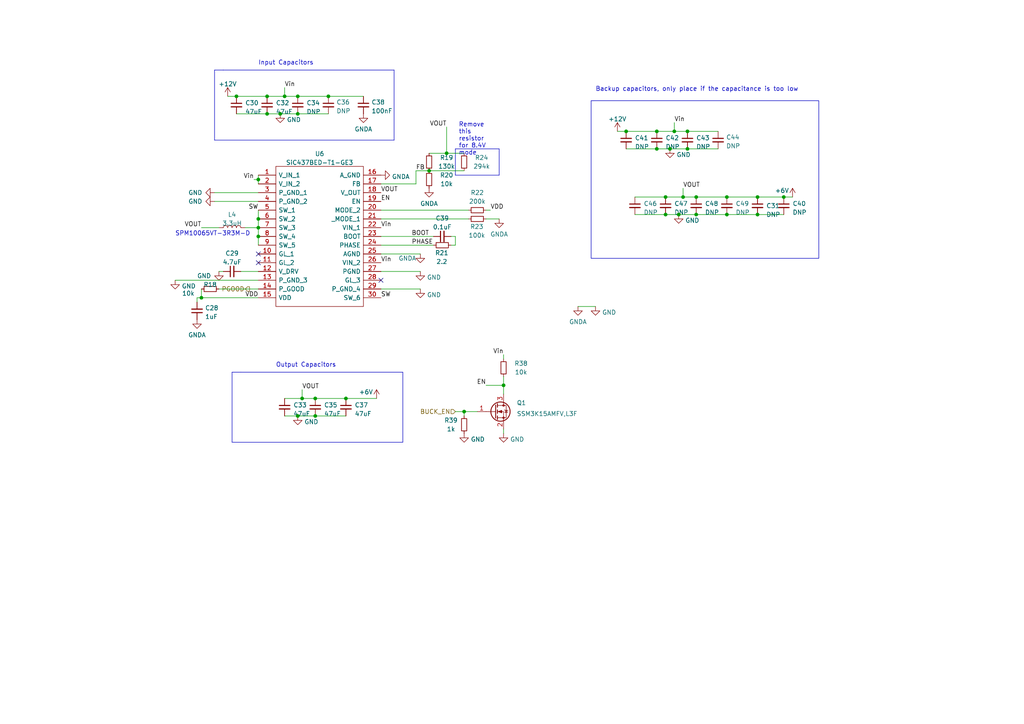
<source format=kicad_sch>
(kicad_sch (version 20230121) (generator eeschema)
  (paper "A4")
  (lib_symbols
    (symbol "Device:C_Small" (pin_numbers hide) (pin_names (offset 0.254) hide)
      (property "Reference" "C" (at 0.254 1.778 0))
      (property "Value" "C_Small" (at 0.254 -2.032 0))
      (symbol "C_Small_0_1"
        (polyline (pts (xy -1.524 -0.508) (xy 1.524 -0.508)) (stroke (width 0.3302)))
        (polyline (pts (xy -1.524 0.508) (xy 1.524 0.508)) (stroke (width 0.3048)))
      )
      (symbol "C_Small_1_1"
        (pin passive line (at 0 2.54 270) (length 2.032) (name "~") (number "1"))
        (pin passive line (at 0 -2.54 90) (length 2.032) (name "~") (number "2"))
      )
    )
    (symbol "Device:L" (pin_numbers hide) (pin_names (offset 1.016) hide)
      (property "Reference" "L" (at -1.27 0 90))
      (property "Value" "L" (at 1.905 0 90))
      (symbol "L_0_1"
        (arc (start 0 -2.54) (mid 0.6323 -1.905) (end 0 -1.27))
        (arc (start 0 -1.27) (mid 0.6323 -0.635) (end 0 0))
        (arc (start 0 0) (mid 0.6323 0.635) (end 0 1.27))
        (arc (start 0 1.27) (mid 0.6323 1.905) (end 0 2.54))
      )
      (symbol "L_1_1"
        (pin passive line (at 0 3.81 270) (length 1.27) (name "1") (number "1"))
        (pin passive line (at 0 -3.81 90) (length 1.27) (name "2") (number "2"))
      )
    )
    (symbol "Device:Q_NMOS_GSD" (pin_names (offset 0) hide)
      (property "Reference" "Q" (at 5.08 1.27 0))
      (property "Value" "Q_NMOS_GSD" (at 5.08 -1.27 0))
      (symbol "Q_NMOS_GSD_0_1"
        (polyline (pts (xy 0.254 0) (xy -2.54 0)))
        (polyline (pts (xy 0.254 1.905) (xy 0.254 -1.905)) (stroke (width 0.254)))
        (polyline (pts (xy 0.762 -1.27) (xy 0.762 -2.286)) (stroke (width 0.254)))
        (polyline (pts (xy 0.762 0.508) (xy 0.762 -0.508)) (stroke (width 0.254)))
        (polyline (pts (xy 0.762 2.286) (xy 0.762 1.27)) (stroke (width 0.254)))
        (polyline (pts (xy 2.54 2.54) (xy 2.54 1.778)))
        (polyline (pts (xy 2.54 -2.54) (xy 2.54 0) (xy 0.762 0)))
        (polyline (pts (xy 0.762 -1.778) (xy 3.302 -1.778) (xy 3.302 1.778) (xy 0.762 1.778)))
        (polyline (pts (xy 1.016 0) (xy 2.032 0.381) (xy 2.032 -0.381) (xy 1.016 0)) (fill (type outline)))
        (polyline (pts (xy 2.794 0.508) (xy 2.921 0.381) (xy 3.683 0.381) (xy 3.81 0.254)))
        (polyline (pts (xy 3.302 0.381) (xy 2.921 -0.254) (xy 3.683 -0.254) (xy 3.302 0.381)))
        (circle (center 1.651 0) (radius 2.794) (stroke (width 0.254)))
        (circle (center 2.54 -1.778) (radius 0.254) (fill (type outline)))
        (circle (center 2.54 1.778) (radius 0.254) (fill (type outline)))
      )
      (symbol "Q_NMOS_GSD_1_1"
        (pin input line (at -5.08 0 0) (length 2.54) (name "G") (number "1"))
        (pin passive line (at 2.54 -5.08 90) (length 2.54) (name "S") (number "2"))
        (pin passive line (at 2.54 5.08 270) (length 2.54) (name "D") (number "3"))
      )
    )
    (symbol "Device:R_Small" (pin_numbers hide) (pin_names (offset 0.254) hide)
      (property "Reference" "R" (at 0.762 0.508 0))
      (property "Value" "R_Small" (at 0.762 -1.016 0))
      (symbol "R_Small_0_1"
        (rectangle (start -0.762 1.778) (end 0.762 -1.778) (stroke (width 0.2032)))
      )
      (symbol "R_Small_1_1"
        (pin passive line (at 0 2.54 270) (length 0.762) (name "~") (number "1"))
        (pin passive line (at 0 -2.54 90) (length 0.762) (name "~") (number "2"))
      )
    )
    (symbol "iclr:SiC437BED-T1-GE3" (pin_names (offset 0.762))
      (property "Reference" "IC" (at 31.75 7.62 0))
      (property "Value" "SiC437BED-T1-GE3" (at 31.75 5.08 0))
      (symbol "SiC437BED-T1-GE3_0_0"
        (pin passive line (at 0 0 0) (length 5.08) (name "V_IN_1") (number "1"))
        (pin passive line (at 0 -22.86 0) (length 5.08) (name "GL_1") (number "10"))
        (pin passive line (at 0 -25.4 0) (length 5.08) (name "GL_2") (number "11"))
        (pin passive line (at 0 -27.94 0) (length 5.08) (name "V_DRV") (number "12"))
        (pin passive line (at 0 -30.48 0) (length 5.08) (name "P_GND_3") (number "13"))
        (pin passive line (at 0 -33.02 0) (length 5.08) (name "P_GOOD") (number "14"))
        (pin passive line (at 0 -35.56 0) (length 5.08) (name "VDD") (number "15"))
        (pin passive line (at 35.56 0 180) (length 5.08) (name "A_GND") (number "16"))
        (pin passive line (at 35.56 -2.54 180) (length 5.08) (name "FB") (number "17"))
        (pin passive line (at 35.56 -5.08 180) (length 5.08) (name "V_OUT") (number "18"))
        (pin passive line (at 35.56 -7.62 180) (length 5.08) (name "EN") (number "19"))
        (pin passive line (at 0 -2.54 0) (length 5.08) (name "V_IN_2") (number "2"))
        (pin passive line (at 35.56 -10.16 180) (length 5.08) (name "MODE_2") (number "20"))
        (pin passive line (at 35.56 -12.7 180) (length 5.08) (name "_MODE_1") (number "21"))
        (pin passive line (at 35.56 -15.24 180) (length 5.08) (name "VIN_1") (number "22"))
        (pin passive line (at 35.56 -17.78 180) (length 5.08) (name "BOOT") (number "23"))
        (pin passive line (at 35.56 -20.32 180) (length 5.08) (name "PHASE") (number "24"))
        (pin passive line (at 35.56 -22.86 180) (length 5.08) (name "AGND") (number "25"))
        (pin passive line (at 35.56 -25.4 180) (length 5.08) (name "VIN_2") (number "26"))
        (pin passive line (at 35.56 -27.94 180) (length 5.08) (name "PGND") (number "27"))
        (pin passive line (at 35.56 -30.48 180) (length 5.08) (name "GL_3") (number "28"))
        (pin passive line (at 35.56 -33.02 180) (length 5.08) (name "P_GND_4") (number "29"))
        (pin passive line (at 0 -5.08 0) (length 5.08) (name "P_GND_1") (number "3"))
        (pin passive line (at 35.56 -35.56 180) (length 5.08) (name "SW_6") (number "30"))
        (pin passive line (at 0 -7.62 0) (length 5.08) (name "P_GND_2") (number "4"))
        (pin passive line (at 0 -10.16 0) (length 5.08) (name "SW_1") (number "5"))
        (pin passive line (at 0 -12.7 0) (length 5.08) (name "SW_2") (number "6"))
        (pin passive line (at 0 -15.24 0) (length 5.08) (name "SW_3") (number "7"))
        (pin passive line (at 0 -17.78 0) (length 5.08) (name "SW_4") (number "8"))
        (pin passive line (at 0 -20.32 0) (length 5.08) (name "SW_5") (number "9"))
      )
      (symbol "SiC437BED-T1-GE3_0_1"
        (polyline (pts (xy 5.08 2.54) (xy 30.48 2.54) (xy 30.48 -38.1) (xy 5.08 -38.1) (xy 5.08 2.54)) (stroke (width 0.1524)))
      )
    )
    (symbol "power:+12V" (power) (pin_names (offset 0))
      (property "Value" "+12V" (at 0 3.556 0))
      (symbol "+12V_0_1"
        (polyline (pts (xy -0.762 1.27) (xy 0 2.54)))
        (polyline (pts (xy 0 0) (xy 0 2.54)))
        (polyline (pts (xy 0 2.54) (xy 0.762 1.27)))
      )
      (symbol "+12V_1_1"
        (pin power_in line (at 0 0 90) (length 0) hide (name "+12V") (number "1"))
      )
    )
    (symbol "power:+6V" (power) (pin_names (offset 0))
      (property "Value" "+6V" (at 0 3.556 0))
      (symbol "+6V_0_1"
        (polyline (pts (xy -0.762 1.27) (xy 0 2.54)))
        (polyline (pts (xy 0 0) (xy 0 2.54)))
        (polyline (pts (xy 0 2.54) (xy 0.762 1.27)))
      )
      (symbol "+6V_1_1"
        (pin power_in line (at 0 0 90) (length 0) hide (name "+6V") (number "1"))
      )
    )
    (symbol "power:GND" (power) (pin_names (offset 0))
      (property "Value" "GND" (at 0 -3.81 0))
      (symbol "GND_0_1"
        (polyline (pts (xy 0 0) (xy 0 -1.27) (xy 1.27 -1.27) (xy 0 -2.54) (xy -1.27 -1.27) (xy 0 -1.27)))
      )
      (symbol "GND_1_1"
        (pin power_in line (at 0 0 270) (length 0) hide (name "GND") (number "1"))
      )
    )
    (symbol "power:GNDA" (power) (pin_names (offset 0))
      (property "Value" "GNDA" (at 0 -3.81 0))
      (symbol "GNDA_0_1"
        (polyline (pts (xy 0 0) (xy 0 -1.27) (xy 1.27 -1.27) (xy 0 -2.54) (xy -1.27 -1.27) (xy 0 -1.27)))
      )
      (symbol "GNDA_1_1"
        (pin power_in line (at 0 0 270) (length 0) hide (name "GNDA") (number "1"))
      )
    )
  )
  (junction (at 91.44 115.57))
  (junction (at 210.82 57.15))
  (junction (at 77.47 33.02))
  (junction (at 201.93 57.15))
  (junction (at 74.93 52.07))
  (junction (at 196.85 62.23))
  (junction (at 86.36 33.02))
  (junction (at 81.28 33.02))
  (junction (at 193.04 62.23))
  (junction (at 74.93 63.5))
  (junction (at 194.31 43.18))
  (junction (at 91.44 120.65))
  (junction (at 100.33 115.57))
  (junction (at 86.36 120.65))
  (junction (at 77.47 27.94))
  (junction (at 87.63 115.57))
  (junction (at 190.5 43.18))
  (junction (at 195.58 38.1))
  (junction (at 199.39 43.18))
  (junction (at 219.71 62.23))
  (junction (at 134.62 119.38))
  (junction (at 181.61 38.1))
  (junction (at 227.33 57.15))
  (junction (at 95.25 27.94))
  (junction (at 74.93 68.58))
  (junction (at 199.39 38.1))
  (junction (at 129.54 44.45))
  (junction (at 190.5 38.1))
  (junction (at 201.93 62.23))
  (junction (at 74.93 66.04))
  (junction (at 210.82 62.23))
  (junction (at 198.12 57.15))
  (junction (at 193.04 57.15))
  (junction (at 86.36 27.94))
  (junction (at 146.05 111.76))
  (junction (at 124.46 49.53))
  (junction (at 219.71 57.15))
  (junction (at 82.55 27.94))
  (junction (at 68.58 27.94))
  (junction (at 58.42 86.36))
  (no_connect (at 74.93 76.2))
  (no_connect (at 74.93 73.66))
  (no_connect (at 110.49 81.28))
  (wire (pts (xy 68.58 27.94) (xy 77.47 27.94)))
  (wire (pts (xy 87.63 113.03) (xy 87.63 115.57)))
  (wire (pts (xy 140.97 63.5) (xy 144.78 63.5)))
  (wire (pts (xy 58.42 86.36) (xy 74.93 86.36)))
  (wire (pts (xy 82.55 25.4) (xy 82.55 27.94)))
  (wire (pts (xy 82.55 120.65) (xy 86.36 120.65)))
  (polyline (pts (xy 144.78 43.18) (xy 144.78 50.8)))
  (wire (pts (xy 87.63 115.57) (xy 91.44 115.57)))
  (wire (pts (xy 57.15 86.36) (xy 57.15 87.63)))
  (polyline (pts (xy 116.84 128.27) (xy 67.31 128.27)))
  (wire (pts (xy 146.05 104.14) (xy 146.05 102.87)))
  (polyline (pts (xy 69.85 107.95) (xy 116.84 107.95)))
  (wire (pts (xy 82.55 27.94) (xy 86.36 27.94)))
  (wire (pts (xy 86.36 33.02) (xy 95.25 33.02)))
  (wire (pts (xy 110.49 53.34) (xy 120.65 53.34)))
  (wire (pts (xy 229.87 57.15) (xy 227.33 57.15)))
  (wire (pts (xy 210.82 62.23) (xy 219.71 62.23)))
  (wire (pts (xy 95.25 27.94) (xy 105.41 27.94)))
  (wire (pts (xy 146.05 114.3) (xy 146.05 111.76)))
  (wire (pts (xy 74.93 60.96) (xy 74.93 63.5)))
  (wire (pts (xy 190.5 43.18) (xy 194.31 43.18)))
  (wire (pts (xy 68.58 33.02) (xy 77.47 33.02)))
  (polyline (pts (xy 64.77 20.32) (xy 114.3 20.32)))
  (wire (pts (xy 58.42 83.82) (xy 58.42 86.36)))
  (wire (pts (xy 71.12 66.04) (xy 74.93 66.04)))
  (wire (pts (xy 190.5 38.1) (xy 195.58 38.1)))
  (wire (pts (xy 134.62 119.38) (xy 138.43 119.38)))
  (wire (pts (xy 179.07 38.1) (xy 181.61 38.1)))
  (wire (pts (xy 194.31 43.18) (xy 199.39 43.18)))
  (wire (pts (xy 193.04 62.23) (xy 196.85 62.23)))
  (wire (pts (xy 86.36 120.65) (xy 91.44 120.65)))
  (wire (pts (xy 121.92 83.82) (xy 110.49 83.82)))
  (wire (pts (xy 74.93 50.8) (xy 74.93 52.07)))
  (wire (pts (xy 219.71 62.23) (xy 227.33 62.23)))
  (wire (pts (xy 195.58 35.56) (xy 195.58 38.1)))
  (polyline (pts (xy 67.31 107.95) (xy 69.85 107.95)))
  (wire (pts (xy 120.65 49.53) (xy 120.65 53.34)))
  (wire (pts (xy 74.93 68.58) (xy 74.93 71.12)))
  (wire (pts (xy 129.54 44.45) (xy 134.62 44.45)))
  (polyline (pts (xy 132.08 43.18) (xy 144.78 43.18)))
  (wire (pts (xy 201.93 62.23) (xy 210.82 62.23)))
  (wire (pts (xy 77.47 27.94) (xy 82.55 27.94)))
  (wire (pts (xy 132.08 119.38) (xy 134.62 119.38)))
  (wire (pts (xy 100.33 115.57) (xy 109.22 115.57)))
  (wire (pts (xy 210.82 57.15) (xy 219.71 57.15)))
  (wire (pts (xy 63.5 83.82) (xy 74.93 83.82)))
  (wire (pts (xy 63.5 78.74) (xy 64.77 78.74)))
  (wire (pts (xy 121.92 78.74) (xy 110.49 78.74)))
  (wire (pts (xy 227.33 57.15) (xy 219.71 57.15)))
  (wire (pts (xy 86.36 27.94) (xy 95.25 27.94)))
  (wire (pts (xy 146.05 125.73) (xy 146.05 124.46)))
  (wire (pts (xy 167.64 88.9) (xy 172.72 88.9)))
  (wire (pts (xy 195.58 38.1) (xy 199.39 38.1)))
  (wire (pts (xy 62.23 55.88) (xy 74.93 55.88)))
  (wire (pts (xy 120.65 49.53) (xy 124.46 49.53)))
  (wire (pts (xy 140.97 60.96) (xy 142.24 60.96)))
  (wire (pts (xy 91.44 120.65) (xy 100.33 120.65)))
  (wire (pts (xy 74.93 63.5) (xy 74.93 66.04)))
  (wire (pts (xy 77.47 33.02) (xy 81.28 33.02)))
  (wire (pts (xy 58.42 86.36) (xy 57.15 86.36)))
  (wire (pts (xy 140.97 111.76) (xy 146.05 111.76)))
  (wire (pts (xy 199.39 38.1) (xy 208.28 38.1)))
  (polyline (pts (xy 67.31 128.27) (xy 67.31 107.95)))
  (wire (pts (xy 50.8 81.28) (xy 74.93 81.28)))
  (wire (pts (xy 132.08 68.58) (xy 132.08 71.12)))
  (wire (pts (xy 73.66 52.07) (xy 74.93 52.07)))
  (wire (pts (xy 193.04 57.15) (xy 198.12 57.15)))
  (wire (pts (xy 199.39 43.18) (xy 208.28 43.18)))
  (wire (pts (xy 74.93 52.07) (xy 74.93 53.34)))
  (polyline (pts (xy 62.23 20.32) (xy 64.77 20.32)))
  (wire (pts (xy 181.61 38.1) (xy 190.5 38.1)))
  (wire (pts (xy 91.44 115.57) (xy 100.33 115.57)))
  (wire (pts (xy 146.05 109.22) (xy 146.05 111.76)))
  (wire (pts (xy 69.85 78.74) (xy 74.93 78.74)))
  (wire (pts (xy 110.49 68.58) (xy 125.73 68.58)))
  (wire (pts (xy 62.23 58.42) (xy 74.93 58.42)))
  (wire (pts (xy 129.54 44.45) (xy 124.46 44.45)))
  (polyline (pts (xy 62.23 40.64) (xy 62.23 20.32)))
  (polyline (pts (xy 132.08 43.18) (xy 132.08 50.8)))
  (wire (pts (xy 198.12 54.61) (xy 198.12 57.15)))
  (polyline (pts (xy 116.84 107.95) (xy 116.84 128.27)))
  (wire (pts (xy 121.92 73.66) (xy 110.49 73.66)))
  (wire (pts (xy 196.85 62.23) (xy 201.93 62.23)))
  (wire (pts (xy 81.28 33.02) (xy 86.36 33.02)))
  (polyline (pts (xy 114.3 40.64) (xy 62.23 40.64)))
  (wire (pts (xy 58.42 66.04) (xy 63.5 66.04)))
  (wire (pts (xy 134.62 120.65) (xy 134.62 119.38)))
  (wire (pts (xy 135.89 63.5) (xy 110.49 63.5)))
  (wire (pts (xy 110.49 71.12) (xy 125.73 71.12)))
  (wire (pts (xy 135.89 60.96) (xy 110.49 60.96)))
  (wire (pts (xy 181.61 43.18) (xy 190.5 43.18)))
  (wire (pts (xy 66.04 27.94) (xy 68.58 27.94)))
  (wire (pts (xy 132.08 68.58) (xy 130.81 68.58)))
  (wire (pts (xy 124.46 49.53) (xy 134.62 49.53)))
  (wire (pts (xy 198.12 57.15) (xy 201.93 57.15)))
  (wire (pts (xy 201.93 57.15) (xy 210.82 57.15)))
  (polyline (pts (xy 144.78 50.8) (xy 132.08 50.8)))
  (wire (pts (xy 129.54 36.83) (xy 129.54 44.45)))
  (wire (pts (xy 132.08 71.12) (xy 130.81 71.12)))
  (polyline (pts (xy 114.3 20.32) (xy 114.3 40.64)))
  (wire (pts (xy 82.55 115.57) (xy 87.63 115.57)))
  (wire (pts (xy 184.15 57.15) (xy 193.04 57.15)))
  (wire (pts (xy 74.93 66.04) (xy 74.93 68.58)))
  (wire (pts (xy 184.15 62.23) (xy 193.04 62.23)))
  (rectangle (start 171.45 29.21) (end 237.49 74.93))
  (text_box "Remove this resistor for 8.4V mode" (at 132.08 34.29 0) (size 12.7 7.62) (stroke (width -0.0001)) (effects (font (size 1.27 1.27)) (justify left top)))
  (text "Backup capacitors, only place if the capacitance is too low\n" (at 172.72 26.67 0) (effects (font (size 1.27 1.27)) (justify left bottom)))
  (text "SPM10065VT-3R3M-D" (at 50.8 68.58 0) (effects (font (size 1.27 1.27)) (justify left bottom)))
  (text "Input Capacitors\n" (at 74.93 19.05 0) (effects (font (size 1.27 1.27)) (justify left bottom)))
  (text "Output Capacitors\n" (at 80.01 106.68 0) (effects (font (size 1.27 1.27)) (justify left bottom)))
  (label "VDD" (at 142.24 60.96 0))
  (label "VOUT" (at 87.63 113.03 0))
  (label "Vin" (at 110.49 76.2 0))
  (label "EN" (at 110.49 58.42 0))
  (label "SW" (at 74.93 60.96 180))
  (label "VOUT" (at 129.54 36.83 180))
  (label "PHASE" (at 119.38 71.12 0))
  (label "VOUT" (at 58.42 66.04 180))
  (label "Vin" (at 110.49 66.04 0))
  (label "EN" (at 140.97 111.76 180))
  (label "FB" (at 120.65 49.53 0))
  (label "BOOT" (at 124.46 68.58 180))
  (label "Vin" (at 146.05 102.87 180))
  (label "SW" (at 110.49 86.36 0))
  (label "Vin" (at 195.58 35.56 0))
  (label "Vin" (at 82.55 25.4 0))
  (label "VOUT" (at 110.49 55.88 0))
  (label "VOUT" (at 198.12 54.61 0))
  (label "VDD" (at 74.93 86.36 180))
  (label "Vin" (at 73.66 52.07 180))
  (hierarchical_label "BUCK_EN" (shape input) (at 132.08 119.38 180))
  (hierarchical_label "PGOOD" (shape output) (at 72.39 83.82 180))
  (symbol (lib_id "Device:C_Small") (at 210.82 59.69 0) (unit 1)
    (property "Reference" "C49" (at 213.36 59.0613 0) (effects (justify left)))
    (property "Value" "DNP" (at 213.36 61.6013 0) (effects (justify left)))
    (property "Footprint" "Capacitor_SMD:C_1206_3216Metric" (effects hide))
  )
  (symbol (lib_id "power:GNDA") (at 57.15 92.71 0) (unit 1)
    (property "Reference" "#PWR058" (effects hide))
    (property "Value" "GNDA" (at 57.15 97.1534 0))
  )
  (symbol (lib_id "power:+12V") (at 179.07 38.1 0) (unit 1)
    (property "Reference" "#PWR075" (effects hide))
    (property "Value" "+12V" (at 179.07 34.5242 0))
  )
  (symbol (lib_id "Device:R_Small") (at 124.46 46.99 180) (unit 1)
    (property "Reference" "R19" (at 129.54 45.72 0))
    (property "Value" "130k" (at 129.54 48.2569 0))
    (property "Footprint" "Resistor_SMD:R_0402_1005Metric" (effects hide))
  )
  (symbol (lib_id "power:GNDA") (at 124.46 54.61 0) (unit 1)
    (property "Reference" "#PWR071" (effects hide))
    (property "Value" "GNDA" (at 124.46 59.0534 0))
  )
  (symbol (lib_id "power:GND") (at 134.62 125.73 0) (unit 1)
    (property "Reference" "#PWR085" (effects hide))
    (property "Value" "GND" (at 136.525 127.4338 0) (effects (justify left)))
  )
  (symbol (lib_id "power:GND") (at 121.92 83.82 0) (unit 1)
    (property "Reference" "#PWR070" (effects hide))
    (property "Value" "GND" (at 123.825 85.5238 0) (effects (justify left)))
  )
  (symbol (lib_id "Device:C_Small") (at 95.25 30.48 0) (unit 1)
    (property "Reference" "C36" (at 97.5741 29.6516 0) (effects (justify left)))
    (property "Value" "DNP" (at 97.5741 32.1885 0) (effects (justify left)))
    (property "Footprint" "Capacitor_SMD:C_1206_3216Metric" (effects hide))
  )
  (symbol (lib_id "power:+12V") (at 66.04 27.94 0) (unit 1)
    (property "Reference" "#PWR062" (effects hide))
    (property "Value" "+12V" (at 66.04 24.3642 0))
  )
  (symbol (lib_id "power:GND") (at 50.8 81.28 0) (unit 1)
    (property "Reference" "#PWR057" (effects hide))
    (property "Value" "GND" (at 52.705 82.9838 0) (effects (justify left)))
  )
  (symbol (lib_id "power:GNDA") (at 144.78 63.5 0) (unit 1)
    (property "Reference" "#PWR080" (effects hide))
    (property "Value" "GNDA" (at 144.78 67.9434 0))
  )
  (symbol (lib_id "Device:C_Small") (at 82.55 118.11 0) (unit 1)
    (property "Reference" "C33" (at 85.09 117.4813 0) (effects (justify left)))
    (property "Value" "47uF" (at 85.09 120.0213 0) (effects (justify left)))
    (property "Footprint" "Capacitor_SMD:C_1206_3216Metric" (effects hide))
  )
  (symbol (lib_id "Device:R_Small") (at 146.05 106.68 180) (unit 1)
    (property "Reference" "R38" (at 151.13 105.4131 0))
    (property "Value" "10k" (at 151.13 107.95 0))
    (property "Footprint" "Resistor_SMD:R_0402_1005Metric" (effects hide))
  )
  (symbol (lib_id "Device:C_Small") (at 100.33 118.11 0) (unit 1)
    (property "Reference" "C37" (at 102.87 117.4813 0) (effects (justify left)))
    (property "Value" "47uF" (at 102.87 120.0213 0) (effects (justify left)))
    (property "Footprint" "Capacitor_SMD:C_1206_3216Metric" (effects hide))
  )
  (symbol (lib_id "power:GND") (at 62.23 58.42 270) (unit 1)
    (property "Reference" "#PWR060" (effects hide))
    (property "Value" "GND" (at 54.61 58.42 90) (effects (justify left)))
  )
  (symbol (lib_id "Device:R_Small") (at 134.62 46.99 180) (unit 1)
    (property "Reference" "R24" (at 139.7 45.72 0))
    (property "Value" "294k" (at 139.7 48.2569 0))
    (property "Footprint" "Resistor_SMD:R_0402_1005Metric" (effects hide))
  )
  (symbol (lib_id "Device:C_Small") (at 77.47 30.48 0) (unit 1)
    (property "Reference" "C32" (at 80.01 29.8513 0) (effects (justify left)))
    (property "Value" "47uF" (at 80.01 32.3913 0) (effects (justify left)))
    (property "Footprint" "Capacitor_SMD:C_1206_3216Metric" (effects hide))
  )
  (symbol (lib_id "power:+6V") (at 229.87 57.15 0) (unit 1)
    (property "Reference" "#PWR078" (effects hide))
    (property "Value" "+6V" (at 226.8053 55.2778 0))
  )
  (symbol (lib_id "Device:C_Small") (at 67.31 78.74 90) (unit 1)
    (property "Reference" "C29" (at 67.3163 73.4781 90))
    (property "Value" "4.7uF" (at 67.3163 76.015 90))
    (property "Footprint" "Capacitor_SMD:C_0402_1005Metric" (effects hide))
  )
  (symbol (lib_id "power:GND") (at 121.92 78.74 0) (unit 1)
    (property "Reference" "#PWR069" (effects hide))
    (property "Value" "GND" (at 123.825 80.4438 0) (effects (justify left)))
  )
  (symbol (lib_id "power:GND") (at 86.36 120.65 0) (unit 1)
    (property "Reference" "#PWR064" (effects hide))
    (property "Value" "GND" (at 88.265 122.3538 0) (effects (justify left)))
  )
  (symbol (lib_id "power:GNDA") (at 105.41 33.02 0) (unit 1)
    (property "Reference" "#PWR065" (effects hide))
    (property "Value" "GNDA" (at 105.41 37.4634 0))
  )
  (symbol (lib_id "Device:R_Small") (at 138.43 63.5 90) (unit 1)
    (property "Reference" "R23" (at 138.3045 65.732 90))
    (property "Value" "100k" (at 138.3045 68.2689 90))
    (property "Footprint" "Resistor_SMD:R_0402_1005Metric" (effects hide))
  )
  (symbol (lib_id "Device:R_Small") (at 134.62 123.19 180) (unit 1)
    (property "Reference" "R39" (at 130.81 121.92 0))
    (property "Value" "1k" (at 130.81 124.4569 0))
    (property "Footprint" "Resistor_SMD:R_0402_1005Metric" (effects hide))
  )
  (symbol (lib_id "Device:C_Small") (at 227.33 59.69 0) (unit 1)
    (property "Reference" "C40" (at 229.87 59.0613 0) (effects (justify left)))
    (property "Value" "DNP" (at 229.87 61.6013 0) (effects (justify left)))
    (property "Footprint" "Capacitor_SMD:C_1206_3216Metric" (effects hide))
  )
  (symbol (lib_id "power:GND") (at 196.85 62.23 0) (unit 1)
    (property "Reference" "#PWR077" (effects hide))
    (property "Value" "GND" (at 198.755 63.9338 0) (effects (justify left)))
  )
  (symbol (lib_id "power:+6V") (at 109.22 115.57 0) (unit 1)
    (property "Reference" "#PWR066" (effects hide))
    (property "Value" "+6V" (at 106.1553 113.6978 0))
  )
  (symbol (lib_id "Device:C_Small") (at 190.5 40.64 0) (unit 1)
    (property "Reference" "C42" (at 193.04 40.0113 0) (effects (justify left)))
    (property "Value" "DNP" (at 193.04 42.5513 0) (effects (justify left)))
    (property "Footprint" "Capacitor_SMD:C_1206_3216Metric" (effects hide))
  )
  (symbol (lib_id "Device:C_Small") (at 68.58 30.48 0) (unit 1)
    (property "Reference" "C30" (at 71.12 29.8513 0) (effects (justify left)))
    (property "Value" "47uF" (at 71.12 32.3913 0) (effects (justify left)))
    (property "Footprint" "Capacitor_SMD:C_1206_3216Metric" (effects hide))
  )
  (symbol (lib_id "power:GNDA") (at 167.64 88.9 0) (mirror y) (unit 1)
    (property "Reference" "#PWR072" (effects hide))
    (property "Value" "GNDA" (at 167.64 93.3434 0))
  )
  (symbol (lib_id "power:GNDA") (at 110.49 50.8 90) (unit 1)
    (property "Reference" "#PWR067" (effects hide))
    (property "Value" "GNDA" (at 113.665 51.2338 90) (effects (justify right)))
  )
  (symbol (lib_id "Device:C_Small") (at 201.93 59.69 0) (unit 1)
    (property "Reference" "C48" (at 204.47 59.0613 0) (effects (justify left)))
    (property "Value" "DNP" (at 204.47 61.6013 0) (effects (justify left)))
    (property "Footprint" "Capacitor_SMD:C_0805_2012Metric" (effects hide))
  )
  (symbol (lib_id "power:GND") (at 81.28 33.02 0) (unit 1)
    (property "Reference" "#PWR063" (effects hide))
    (property "Value" "GND" (at 83.185 34.7238 0) (effects (justify left)))
  )
  (symbol (lib_id "power:GND") (at 172.72 88.9 0) (unit 1)
    (property "Reference" "#PWR073" (effects hide))
    (property "Value" "GND" (at 174.625 90.6038 0) (effects (justify left)))
  )
  (symbol (lib_id "Device:C_Small") (at 91.44 118.11 0) (unit 1)
    (property "Reference" "C35" (at 93.98 117.4813 0) (effects (justify left)))
    (property "Value" "47uF" (at 93.98 120.0213 0) (effects (justify left)))
    (property "Footprint" "Capacitor_SMD:C_1206_3216Metric" (effects hide))
  )
  (symbol (lib_id "Device:C_Small") (at 184.15 59.69 0) (unit 1)
    (property "Reference" "C46" (at 186.69 59.0613 0) (effects (justify left)))
    (property "Value" "DNP" (at 186.69 61.6013 0) (effects (justify left)))
    (property "Footprint" "Capacitor_SMD:C_0805_2012Metric" (effects hide))
  )
  (symbol (lib_id "Device:L") (at 67.31 66.04 90) (unit 1)
    (property "Reference" "L4" (at 67.31 62.23 90))
    (property "Value" "3.3uH" (at 67.31 64.77 90))
    (property "Footprint" "iclr:IND_SPM10065VT-3R3M-D" (effects hide))
  )
  (symbol (lib_id "Device:C_Small") (at 219.71 59.69 0) (unit 1)
    (property "Reference" "C31" (at 222.25 59.69 0) (effects (justify left)))
    (property "Value" "DNP" (at 222.25 62.23 0) (effects (justify left)))
    (property "Footprint" "Capacitor_SMD:C_1206_3216Metric" (effects hide))
  )
  (symbol (lib_id "Device:C_Small") (at 199.39 40.64 0) (unit 1)
    (property "Reference" "C43" (at 201.93 40.0113 0) (effects (justify left)))
    (property "Value" "DNP" (at 201.93 42.5513 0) (effects (justify left)))
    (property "Footprint" "Capacitor_SMD:C_1206_3216Metric" (effects hide))
  )
  (symbol (lib_id "Device:C_Small") (at 181.61 40.64 0) (unit 1)
    (property "Reference" "C41" (at 184.15 40.0113 0) (effects (justify left)))
    (property "Value" "DNP" (at 184.15 42.5513 0) (effects (justify left)))
    (property "Footprint" "Capacitor_SMD:C_1206_3216Metric" (effects hide))
  )
  (symbol (lib_id "power:GND") (at 146.05 125.73 0) (unit 1)
    (property "Reference" "#PWR084" (effects hide))
    (property "Value" "GND" (at 147.955 127.4338 0) (effects (justify left)))
  )
  (symbol (lib_id "power:GND") (at 63.5 78.74 0) (unit 1)
    (property "Reference" "#PWR061" (effects hide))
    (property "Value" "GND" (at 57.15 80.01 0) (effects (justify left)))
  )
  (symbol (lib_id "iclr:SiC437BED-T1-GE3") (at 74.93 50.8 0) (unit 1)
    (property "Reference" "U6" (at 92.71 44.611 0))
    (property "Value" "SiC437BED-T1-GE3" (at 92.71 47.1479 0))
    (property "Footprint" "iclr:SiC437BEDT1GE3" (effects hide))
    (property "Datasheet" "https://componentsearchengine.com/Datasheets/1/SiC437BED-T1-GE3.pdf" (effects hide))
    (property "Description" "Switching Voltage Regulators 3-28V 12A 50uA microBUCK MLP44-24" (effects hide))
    (property "Height" "0.8" (effects hide))
    (property "Manufacturer_Name" "Vishay" (effects hide))
    (property "Manufacturer_Part_Number" "SiC437BED-T1-GE3" (effects hide))
    (property "Mouser Part Number" "78-SIC437BED-T1-GE3" (effects hide))
    (property "Mouser Price/Stock" "https://www.mouser.co.uk/ProductDetail/Vishay-Siliconix/SiC437BED-T1-GE3?qs=chTDxNqvsyntp1SKlnHzGA%3D%3D" (effects hide))
    (property "Arrow Part Number" "SIC437BED-T1-GE3" (effects hide))
    (property "Arrow Price/Stock" "https://www.arrow.com/en/products/sic437bed-t1-ge3/vishay" (effects hide))
  )
  (symbol (lib_id "Device:C_Small") (at 193.04 59.69 0) (unit 1)
    (property "Reference" "C47" (at 195.58 59.0613 0) (effects (justify left)))
    (property "Value" "DNP" (at 195.58 61.6013 0) (effects (justify left)))
    (property "Footprint" "Capacitor_SMD:C_1206_3216Metric" (effects hide))
  )
  (symbol (lib_id "Device:R_Small") (at 124.46 52.07 180) (unit 1)
    (property "Reference" "R20" (at 129.54 50.8031 0))
    (property "Value" "10k" (at 129.54 53.34 0))
    (property "Footprint" "Resistor_SMD:R_0402_1005Metric" (effects hide))
  )
  (symbol (lib_id "Device:Q_NMOS_GSD") (at 143.51 119.38 0) (unit 1)
    (property "Reference" "Q1" (at 149.86 116.84 0) (effects (justify left)))
    (property "Value" "SSM3K15AMFV,L3F" (at 149.86 120.015 0) (effects (justify left)))
    (property "Footprint" "Package_TO_SOT_SMD:SOT-723" (effects hide))
  )
  (symbol (lib_id "Device:C_Small") (at 86.36 30.48 0) (unit 1)
    (property "Reference" "C34" (at 88.9 29.8513 0) (effects (justify left)))
    (property "Value" "DNP" (at 88.9 32.3913 0) (effects (justify left)))
    (property "Footprint" "Capacitor_SMD:C_1206_3216Metric" (effects hide))
  )
  (symbol (lib_id "Device:C_Small") (at 208.28 40.64 0) (unit 1)
    (property "Reference" "C44" (at 210.6041 39.8116 0) (effects (justify left)))
    (property "Value" "DNP" (at 210.6041 42.3485 0) (effects (justify left)))
    (property "Footprint" "Capacitor_SMD:C_1206_3216Metric" (effects hide))
  )
  (symbol (lib_id "Device:R_Small") (at 60.96 83.82 90) (unit 1)
    (property "Reference" "R18" (at 60.96 82.55 90))
    (property "Value" "10k" (at 54.61 85.0869 90))
    (property "Footprint" "Resistor_SMD:R_0402_1005Metric" (effects hide))
  )
  (symbol (lib_id "power:GND") (at 62.23 55.88 270) (unit 1)
    (property "Reference" "#PWR059" (effects hide))
    (property "Value" "GND" (at 54.61 55.88 90) (effects (justify left)))
  )
  (symbol (lib_id "Device:R_Small") (at 128.27 71.12 90) (unit 1)
    (property "Reference" "R21" (at 128.1445 73.352 90))
    (property "Value" "2.2" (at 128.1445 75.8889 90))
    (property "Footprint" "Resistor_SMD:R_0402_1005Metric" (effects hide))
  )
  (symbol (lib_id "Device:C_Small") (at 105.41 30.48 0) (unit 1)
    (property "Reference" "C38" (at 107.7341 29.6516 0) (effects (justify left)))
    (property "Value" "100nF" (at 107.7341 32.1885 0) (effects (justify left)))
    (property "Footprint" "Capacitor_SMD:C_0402_1005Metric" (effects hide))
  )
  (symbol (lib_id "power:GND") (at 194.31 43.18 0) (unit 1)
    (property "Reference" "#PWR076" (effects hide))
    (property "Value" "GND" (at 196.215 44.8838 0) (effects (justify left)))
  )
  (symbol (lib_id "Device:C_Small") (at 57.15 90.17 180) (unit 1)
    (property "Reference" "C28" (at 59.4741 89.3289 0) (effects (justify right)))
    (property "Value" "1uF" (at 59.4741 91.8658 0) (effects (justify right)))
    (property "Footprint" "Capacitor_SMD:C_0402_1005Metric" (effects hide))
  )
  (symbol (lib_id "Device:R_Small") (at 138.43 60.96 90) (unit 1)
    (property "Reference" "R22" (at 138.43 55.88 90))
    (property "Value" "200k" (at 138.43 58.4169 90))
    (property "Footprint" "Resistor_SMD:R_0402_1005Metric" (effects hide))
  )
  (symbol (lib_id "power:GNDA") (at 121.92 73.66 0) (unit 1)
    (property "Reference" "#PWR068" (effects hide))
    (property "Value" "GNDA" (at 115.57 74.93 0) (effects (justify left)))
  )
  (symbol (lib_id "Device:C_Small") (at 128.27 68.58 90) (unit 1)
    (property "Reference" "C39" (at 128.2763 63.3181 90))
    (property "Value" "0.1uF" (at 128.2763 65.855 90))
    (property "Footprint" "Capacitor_SMD:C_0402_1005Metric" (effects hide))
  )
)
</source>
